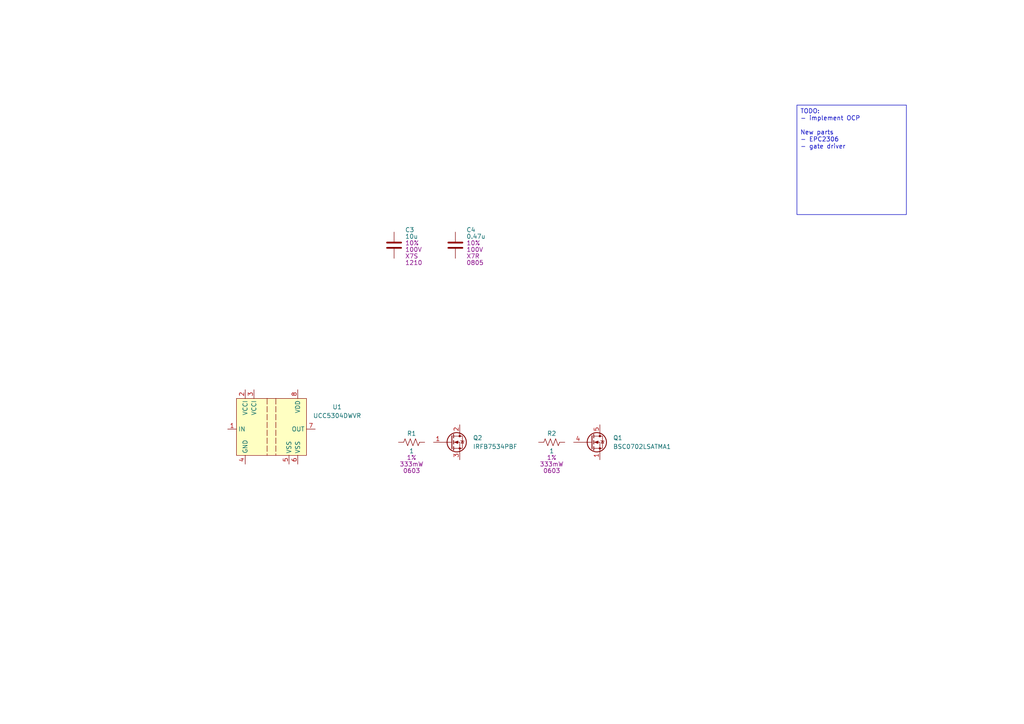
<source format=kicad_sch>
(kicad_sch (version 20250114) (generator "eeschema") (generator_version "9.0")
  (paper "A4")
  (lib_symbols
    (symbol "peml:BSC0702LSATMA1" (pin_names (hide yes))
      (property "Reference" "Q" (at 5.08 1.905 0))
      (property "Value" "BSC0702LSATMA1" (at 5.08 0 0))
      (symbol "BSC0702LSATMA1_0_1"
        (polyline (pts (xy 0.254 1.905) (xy 0.254 -1.905)) (stroke (width 0.254)))
        (polyline (pts (xy 0.254 0) (xy -2.54 0)))
        (polyline (pts (xy 0.762 2.286) (xy 0.762 1.27)) (stroke (width 0.254)))
        (polyline (pts (xy 0.762 0.508) (xy 0.762 -0.508)) (stroke (width 0.254)))
        (polyline (pts (xy 0.762 -1.27) (xy 0.762 -2.286)) (stroke (width 0.254)))
        (polyline (pts (xy 0.762 -1.778) (xy 3.302 -1.778) (xy 3.302 1.778) (xy 0.762 1.778)))
        (polyline (pts (xy 1.016 0) (xy 2.032 0.381) (xy 2.032 -0.381) (xy 1.016 0)) (fill (type outline)))
        (circle (center 1.651 0) (radius 2.794) (stroke (width 0.254)))
        (polyline (pts (xy 2.54 2.54) (xy 2.54 1.778)))
        (circle (center 2.54 1.778) (radius 0.254) (fill (type outline)))
        (circle (center 2.54 -1.778) (radius 0.254) (fill (type outline)))
        (polyline (pts (xy 2.54 -2.54) (xy 2.54 0) (xy 0.762 0)))
        (polyline (pts (xy 2.794 0.508) (xy 2.921 0.381) (xy 3.683 0.381) (xy 3.81 0.254)))
        (polyline (pts (xy 3.302 0.381) (xy 2.921 -0.254) (xy 3.683 -0.254) (xy 3.302 0.381)))
      )
      (symbol "BSC0702LSATMA1_1_1"
        (pin passive line (at -5.08 0 0) (length 2.54) (name "G") (number "4"))
        (pin passive line (at 2.54 5.08 270) (length 2.54) (name "D") (number "5"))
        (pin passive line (at 2.54 -5.08 90) (length 2.54) (name "S") (number "1"))
        (pin passive line (at 2.54 -5.08 90) (length 2.54) (hide yes) (name "S") (number "2"))
        (pin passive line (at 2.54 -5.08 90) (length 2.54) (hide yes) (name "S") (number "3"))
      )
    )
    (symbol "peml:IRFB7534PBF" (pin_names (offset 0) (hide yes))
      (property "Reference" "Q" (at 5.08 1.27 0))
      (property "Value" "IRFB7534PBF" (at 5.08 -1.27 0))
      (symbol "IRFB7534PBF_0_1"
        (polyline (pts (xy 0.254 1.905) (xy 0.254 -1.905)) (stroke (width 0.254)))
        (polyline (pts (xy 0.254 0) (xy -2.54 0)))
        (polyline (pts (xy 0.762 2.286) (xy 0.762 1.27)) (stroke (width 0.254)))
        (polyline (pts (xy 0.762 0.508) (xy 0.762 -0.508)) (stroke (width 0.254)))
        (polyline (pts (xy 0.762 -1.27) (xy 0.762 -2.286)) (stroke (width 0.254)))
        (polyline (pts (xy 0.762 -1.778) (xy 3.302 -1.778) (xy 3.302 1.778) (xy 0.762 1.778)))
        (polyline (pts (xy 1.016 0) (xy 2.032 0.381) (xy 2.032 -0.381) (xy 1.016 0)) (fill (type outline)))
        (circle (center 1.651 0) (radius 2.794) (stroke (width 0.254)))
        (polyline (pts (xy 2.54 2.54) (xy 2.54 1.778)))
        (circle (center 2.54 1.778) (radius 0.254) (fill (type outline)))
        (circle (center 2.54 -1.778) (radius 0.254) (fill (type outline)))
        (polyline (pts (xy 2.54 -2.54) (xy 2.54 0) (xy 0.762 0)))
        (polyline (pts (xy 2.794 0.508) (xy 2.921 0.381) (xy 3.683 0.381) (xy 3.81 0.254)))
        (polyline (pts (xy 3.302 0.381) (xy 2.921 -0.254) (xy 3.683 -0.254) (xy 3.302 0.381)))
      )
      (symbol "IRFB7534PBF_1_1"
        (pin input line (at -5.08 0 0) (length 2.54) (name "G") (number "1"))
        (pin passive line (at 2.54 5.08 270) (length 2.54) (name "D") (number "2"))
        (pin passive line (at 2.54 -5.08 90) (length 2.54) (name "S") (number "3"))
      )
    )
    (symbol "peml:UCC5304DWVR"
      (property "Reference" "U" (at 0 10.16 0))
      (property "Value" "UCC5304DWVR" (at 0 2.54 0))
      (symbol "UCC5304DWVR_1_0"
        (pin input line (at -12.7 0 0) (length 2.54) (name "IN") (number "1"))
        (pin passive line (at -7.62 11.43 270) (length 2.54) (name "VCCI") (number "2"))
        (pin passive line (at -5.08 11.43 270) (length 2.54) (name "VCCI") (number "3"))
        (pin passive line (at 5.08 -10.16 90) (length 2.54) (name "VSS") (number "5"))
        (pin passive line (at 7.62 11.43 270) (length 2.54) (name "VDD") (number "8"))
        (pin passive line (at 7.62 -10.16 90) (length 2.54) (name "VSS") (number "6"))
        (pin output line (at 12.7 0 180) (length 2.54) (name "OUT") (number "7"))
      )
      (symbol "UCC5304DWVR_1_1"
        (rectangle (start -10.16 8.89) (end 10.16 -7.62) (fill (type background)))
        (polyline (pts (xy -1.27 8.89) (xy -1.27 -7.62)) (stroke (width 0) (type dash)))
        (polyline (pts (xy 1.27 8.89) (xy 1.27 -7.62)) (stroke (width 0) (type dash)))
        (pin passive line (at -7.62 -10.16 90) (length 2.54) (name "GND") (number "4"))
      )
    )
    (symbol "peml_passives:CRCW06031R00FKEAHP" (pin_numbers (hide yes)) (pin_names (offset 0))
      (property "Reference" "R" (at 1.905 3.175 0))
      (property "Value" "1" (at 1.905 1.27 0))
      (property "Tolerance" "1%" (at 1.905 -0.635 0))
      (property "Power" "333mW" (at 1.905 -2.54 0))
      (property "Package" "0603" (at 1.905 -4.445 0))
      (symbol "CRCW06031R00FKEAHP_0_1"
        (polyline (pts (xy 0 2.286) (xy 0 2.54)))
        (polyline (pts (xy 0 2.286) (xy 1.016 1.905) (xy 0 1.524) (xy -1.016 1.143) (xy 0 0.762)))
        (polyline (pts (xy 0 0.762) (xy 1.016 0.381) (xy 0 0) (xy -1.016 -0.381) (xy 0 -0.762)))
        (polyline (pts (xy 0 -0.762) (xy 1.016 -1.143) (xy 0 -1.524) (xy -1.016 -1.905) (xy 0 -2.286)))
        (polyline (pts (xy 0 -2.286) (xy 0 -2.54)))
      )
      (symbol "CRCW06031R00FKEAHP_1_1"
        (pin passive line (at 0 3.81 270) (length 1.27) (name "~") (number "1"))
        (pin passive line (at 0 -3.81 90) (length 1.27) (name "~") (number "2"))
      )
    )
    (symbol "peml_passives:GRM21BR72A474KA73L" (pin_numbers (hide yes)) (pin_names (offset 0.254))
      (property "Reference" "C" (at 2.54 3.81 0))
      (property "Value" "0.47u" (at 2.54 1.905 0))
      (property "Tolerance" "10%" (at 2.54 0 0))
      (property "Voltage" "100V" (at 2.54 -1.905 0))
      (property "Dielectric" "X7R" (at 2.54 -3.81 0))
      (property "Package" "0805" (at 5.08 -5.715 0))
      (symbol "GRM21BR72A474KA73L_0_1"
        (polyline (pts (xy -2.032 0.762) (xy 2.032 0.762)) (stroke (width 0.508)))
        (polyline (pts (xy -2.032 -0.762) (xy 2.032 -0.762)) (stroke (width 0.508)))
      )
      (symbol "GRM21BR72A474KA73L_1_1"
        (pin passive line (at 0 3.81 270) (length 2.794) (name "~") (number "1"))
        (pin passive line (at 0 -3.81 90) (length 2.794) (name "~") (number "2"))
      )
    )
    (symbol "peml_passives:GRM32EC72A106KE05L" (pin_numbers (hide yes)) (pin_names (offset 0.254))
      (property "Reference" "C" (at 2.54 3.81 0))
      (property "Value" "10u" (at 2.54 1.905 0))
      (property "Tolerance" "10%" (at 2.54 0 0))
      (property "Voltage" "100V" (at 2.54 -1.905 0))
      (property "Dielectric" "X7S" (at 2.54 -3.81 0))
      (property "Package" "1210" (at 5.08 -5.715 0))
      (symbol "GRM32EC72A106KE05L_0_1"
        (polyline (pts (xy -2.032 0.762) (xy 2.032 0.762)) (stroke (width 0.508)))
        (polyline (pts (xy -2.032 -0.762) (xy 2.032 -0.762)) (stroke (width 0.508)))
      )
      (symbol "GRM32EC72A106KE05L_1_1"
        (pin passive line (at 0 3.81 270) (length 2.794) (name "~") (number "1"))
        (pin passive line (at 0 -3.81 90) (length 2.794) (name "~") (number "2"))
      )
    )
  )
  (text_box "TODO:\n- implement OCP\n\nNew parts \n- EPC2306\n- gate driver" (at 231.14 30.48 0) (size 31.75 31.75) (margins 0.9525 0.9525 0.9525 0.9525) (effects (font (size 1.27 1.27)) (justify left top)))
  (symbol (lib_id "peml_passives:CRCW06031R00FKEAHP") (at 160.02 128.27 270) (unit 1)
    (property "Reference" "R2" (at 160.02 125.73 90))
    (property "Value" "1" (at 160.02 130.81 90))
    (property "Footprint" "peml:R_0603_1608Metric" (effects (hide yes)))
    (property "Datasheet" "https://www.vishay.com/docs/20043/crcwhpe3.pdf" (effects (hide yes)))
    (property "Description" "RES 1 1/3W 0603 1% 100ppm/C" (effects (hide yes)))
    (property "MFN" "Vishay Dale" (effects (hide yes)))
    (property "MPN" "CRCW06031R00FKEAHP" (effects (hide yes)))
    (property "SPN" "541-1.00SCT-ND" (effects (hide yes)))
    (property "SPL" "https://www.digikey.com/en/products/detail/vishay-dale/CRCW06031R00FKEAHP/2222233" (effects (hide yes)))
    (property "Tolerance" "1%" (at 160.02 132.715 90))
    (property "Power" "333mW" (at 160.02 134.62 90))
    (property "Package" "0603" (at 160.02 136.525 90))
    (property "TC" "100ppm/C" (effects (hide yes)))
    (property "JLCPCB" "C313693" (effects (hide yes)))
  )
  (symbol (lib_id "peml:IRFB7534PBF") (at 130.81 128.27 0) (unit 1)
    (property "Reference" "Q2" (at 137.16 126.9999 0) (effects (justify left)))
    (property "Value" "IRFB7534PBF" (at 137.16 129.5399 0) (effects (justify left)))
    (property "Footprint" "peml:TO-220-3_Horizontal_TabDown" (effects (hide yes)))
    (property "Datasheet" "https://www.infineon.com/dgdl/irfs7534pbf.pdf?fileId=5546d462533600a4015364c3e2c629c7" (effects (hide yes)))
    (property "Description" "N-Channel 60 V 195A (Tc) 294W (Tc) Through Hole TO-220AB" (effects (hide yes)))
    (property "MFN" "Infineon " (effects (hide yes)))
    (property "MPN" "IRFB7534PBF " (effects (hide yes)))
    (property "SPN" "448-IRFB7534PBF-ND " (effects (hide yes)))
    (property "SPL" "https://www.digikey.com/en/products/detail/infineon-technologies/IRFB7534PBF/4772480 " (effects (hide yes)))
    (property "Package" "TO-220-3 " (effects (hide yes)))
  )
  (symbol (lib_id "peml_passives:CRCW06031R00FKEAHP") (at 119.38 128.27 270) (unit 1)
    (property "Reference" "R1" (at 119.38 125.73 90))
    (property "Value" "1" (at 119.38 130.81 90))
    (property "Footprint" "peml:R_0603_1608Metric" (effects (hide yes)))
    (property "Datasheet" "https://www.vishay.com/docs/20043/crcwhpe3.pdf" (effects (hide yes)))
    (property "Description" "RES 1 1/3W 0603 1% 100ppm/C" (effects (hide yes)))
    (property "MFN" "Vishay Dale" (effects (hide yes)))
    (property "MPN" "CRCW06031R00FKEAHP" (effects (hide yes)))
    (property "SPN" "541-1.00SCT-ND" (effects (hide yes)))
    (property "SPL" "https://www.digikey.com/en/products/detail/vishay-dale/CRCW06031R00FKEAHP/2222233" (effects (hide yes)))
    (property "Tolerance" "1%" (at 119.38 132.715 90))
    (property "Power" "333mW" (at 119.38 134.62 90))
    (property "Package" "0603" (at 119.38 136.525 90))
    (property "TC" "100ppm/C" (effects (hide yes)))
    (property "JLCPCB" "C313693" (effects (hide yes)))
  )
  (symbol (lib_id "peml_passives:GRM21BR72A474KA73L") (at 132.08 71.12 0) (unit 1)
    (property "Reference" "C4" (at 135.255 66.675 0) (effects (justify left)))
    (property "Value" "0.47u" (at 135.255 68.58 0) (effects (justify left)))
    (property "Footprint" "peml:C_0805_2012Metric" (effects (hide yes)))
    (property "Datasheet" "https://search.murata.co.jp/Ceramy/image/img/A01X/G101/ENG/GRM21BR72A474KA73-01.pdf" (effects (hide yes)))
    (property "Description" "CAP CER 0.47u 100V X7R 0805 10%" (effects (hide yes)))
    (property "MFN" "Murata" (effects (hide yes)))
    (property "MPN" "GRM21BR72A474KA73L" (effects (hide yes)))
    (property "SPN" "490-3326-1-ND " (effects (hide yes)))
    (property "SPL" "https://www.digikey.com/en/products/detail/murata-electronics/GRM21BR72A474KA73L/702590 " (effects (hide yes)))
    (property "Tolerance" "10%" (at 135.255 70.485 0) (effects (justify left)))
    (property "Voltage" "100V" (at 135.255 72.39 0) (effects (justify left)))
    (property "Dielectric" "X7R" (at 135.255 74.295 0) (effects (justify left)))
    (property "Package" "0805" (at 135.255 76.2 0) (effects (justify left)))
    (property "JLCPCB" "C97926" (effects (hide yes)))
  )
  (symbol (lib_id "peml:UCC5304DWVR") (at 78.74 124.46 0) (unit 1)
    (property "Reference" "U1" (at 97.79 118.0398 0))
    (property "Value" "UCC5304DWVR" (at 97.79 120.5798 0))
    (property "Footprint" "peml:SOIC-8_7.5x5.85mm_P1.27mm" (effects (hide yes)))
    (property "Datasheet" "https://www.ti.com/lit/ds/symlink/ucc5304.pdf" (effects (hide yes)))
    (property "Description" "4A, 6A Gate Driver Capacitive Coupling 5000Vrms 1 Channel 8-SOIC" (effects (hide yes)))
    (property "MFN" "Texas Instruments " (effects (hide yes)))
    (property "MPN" "UCC5304DWVR " (effects (hide yes)))
    (property "SPN" "296-UCC5304DWVRCT-ND " (effects (hide yes)))
    (property "SPL" "https://www.digikey.com/en/products/detail/texas-instruments/UCC5304DWVR/12328576 " (effects (hide yes)))
    (property "Package" "SOIC-8" (effects (hide yes)))
    (property "JLCPCB" "C2878299" (effects (hide yes)))
  )
  (symbol (lib_id "peml_passives:GRM32EC72A106KE05L") (at 114.3 71.12 0) (unit 1)
    (property "Reference" "C3" (at 117.475 66.675 0) (effects (justify left)))
    (property "Value" "10u" (at 117.475 68.58 0) (effects (justify left)))
    (property "Footprint" "peml:C_1210_3225Metric" (effects (hide yes)))
    (property "Datasheet" "https://search.murata.co.jp/Ceramy/image/img/A01X/G101/ENG/GRM32EC72A106KE05-01.pdf" (effects (hide yes)))
    (property "Description" "CAP CER 10uF 100V X7S 1210 10%" (effects (hide yes)))
    (property "MFN" "Murata" (effects (hide yes)))
    (property "MPN" "GRM32EC72A106KE05L" (effects (hide yes)))
    (property "SPN" "490-16266-1-ND" (effects (hide yes)))
    (property "SPL" "https://www.digikey.com/en/products/detail/murata-electronics/GRM32EC72A106KE05L/7319245" (effects (hide yes)))
    (property "Tolerance" "10%" (at 117.475 70.485 0) (effects (justify left)))
    (property "Voltage" "100V" (at 117.475 72.39 0) (effects (justify left)))
    (property "Dielectric" "X7S" (at 117.475 74.295 0) (effects (justify left)))
    (property "Package" "1210" (at 117.475 76.2 0) (effects (justify left)))
  )
  (symbol (lib_id "peml:BSC0702LSATMA1") (at 171.45 128.27 0) (unit 1)
    (property "Reference" "Q1" (at 177.8 126.9999 0) (effects (justify left)))
    (property "Value" "BSC0702LSATMA1" (at 177.8 129.5399 0) (effects (justify left)))
    (property "Footprint" "peml:TDSON-8-1" (effects (hide yes)))
    (property "Datasheet" "https://www.infineon.com/dgdl/Infineon-BSC0702LS-DataSheet-v02_03-EN.pdf?fileId=5546d4626fc1ce0b016ff0909c6f4eda" (effects (hide yes)))
    (property "Description" "N-Channel 60 V 100A (Tc) 83W (Tc) Surface Mount PG-TDSON-8" (effects (hide yes)))
  )
)
</source>
